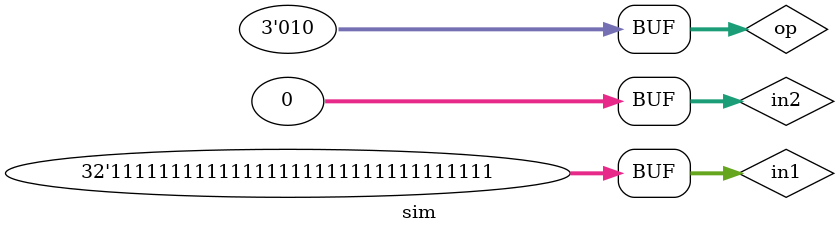
<source format=sv>
`define MAX_WIDTH 32
`define OP_WIDTH 3
module sim(

    );

reg [`MAX_WIDTH - 1:0] in1;
reg [`MAX_WIDTH - 1:0] in2;
reg [`OP_WIDTH - 1:0] op;
reg [`MAX_WIDTH - 1:0] out;
reg OF, CF, ZF, SF;

alu alu(in1, in2, op, out, OF, CF, ZF, SF);

initial
begin
    in1 = 32'b01111111111111111111111111111111;
    in2 = 32'b00000000000000000000000000000001;
    op = 3'b010;
    #10;
    in1 = 32'b11111111111111111111111111111111;
    in2 = 32'b00000000000000000000000000000001;
    op = 3'b010;
    #10;
    in1 = 32'b11111111111111000000000000000000;
    in2 = 32'b00000000000000111111111111111111;
    op = 3'b000;
    #10;
    in1 = 32'b11111111111111111111111111111111;
    in2 = 32'b00000000000000000000000000000000;
    op = 3'b010;
    #10;
end
endmodule

</source>
